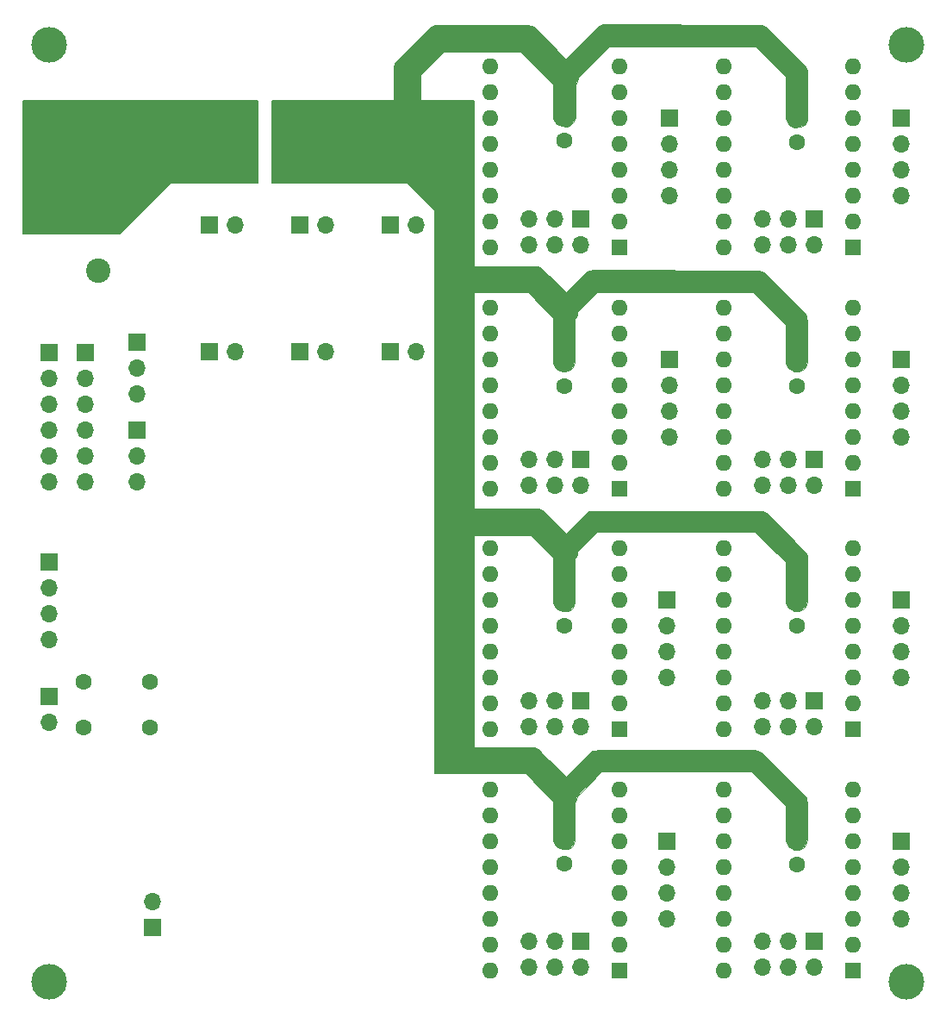
<source format=gbr>
%TF.GenerationSoftware,KiCad,Pcbnew,7.0.5*%
%TF.CreationDate,2023-08-20T17:21:48-04:00*%
%TF.ProjectId,RPi_Pico_W_A4988_control_board,5250695f-5069-4636-9f5f-575f41343938,rev?*%
%TF.SameCoordinates,Original*%
%TF.FileFunction,Soldermask,Bot*%
%TF.FilePolarity,Negative*%
%FSLAX46Y46*%
G04 Gerber Fmt 4.6, Leading zero omitted, Abs format (unit mm)*
G04 Created by KiCad (PCBNEW 7.0.5) date 2023-08-20 17:21:48*
%MOMM*%
%LPD*%
G01*
G04 APERTURE LIST*
G04 Aperture macros list*
%AMRoundRect*
0 Rectangle with rounded corners*
0 $1 Rounding radius*
0 $2 $3 $4 $5 $6 $7 $8 $9 X,Y pos of 4 corners*
0 Add a 4 corners polygon primitive as box body*
4,1,4,$2,$3,$4,$5,$6,$7,$8,$9,$2,$3,0*
0 Add four circle primitives for the rounded corners*
1,1,$1+$1,$2,$3*
1,1,$1+$1,$4,$5*
1,1,$1+$1,$6,$7*
1,1,$1+$1,$8,$9*
0 Add four rect primitives between the rounded corners*
20,1,$1+$1,$2,$3,$4,$5,0*
20,1,$1+$1,$4,$5,$6,$7,0*
20,1,$1+$1,$6,$7,$8,$9,0*
20,1,$1+$1,$8,$9,$2,$3,0*%
G04 Aperture macros list end*
%ADD10C,0.025400*%
%ADD11C,0.150000*%
%ADD12C,1.600000*%
%ADD13R,1.600000X1.600000*%
%ADD14R,1.700000X1.700000*%
%ADD15O,1.700000X1.700000*%
%ADD16C,2.500000*%
%ADD17C,3.500000*%
%ADD18O,1.600000X1.600000*%
%ADD19R,2.400000X2.400000*%
%ADD20C,2.400000*%
%ADD21RoundRect,1.500000X5.000000X-1.500000X5.000000X1.500000X-5.000000X1.500000X-5.000000X-1.500000X0*%
G04 APERTURE END LIST*
D10*
X152600000Y-100150000D02*
X153000000Y-100550000D01*
X155300000Y-102850000D01*
X157550000Y-100650000D01*
X158000000Y-100300000D01*
X158800000Y-100250000D01*
X173850000Y-100250000D01*
X174400000Y-100350000D01*
X174850000Y-100700000D01*
X178650000Y-104500000D01*
X179000000Y-104900000D01*
X179050000Y-105550000D01*
X179050000Y-108950000D01*
X178950000Y-109400000D01*
X178700000Y-109750000D01*
X178300000Y-110050000D01*
X177750000Y-110050000D01*
X177150000Y-109700000D01*
X176950000Y-109150000D01*
X176950000Y-105750000D01*
X173500000Y-102350000D01*
X158800000Y-102350000D01*
X156650000Y-104500000D01*
X156450000Y-104800000D01*
X156350000Y-105050000D01*
X156200000Y-105350000D01*
X156200000Y-109000000D01*
X156100000Y-109450000D01*
X155900000Y-109700000D01*
X155550000Y-109950000D01*
X155100000Y-110000000D01*
X154700000Y-109900000D01*
X154300000Y-109650000D01*
X154100000Y-109200000D01*
X154100000Y-105300000D01*
X151350000Y-102550000D01*
X146150000Y-102550000D01*
X146150000Y-99950000D01*
X152200000Y-99950000D01*
X152600000Y-100150000D01*
G36*
X152600000Y-100150000D02*
G01*
X153000000Y-100550000D01*
X155300000Y-102850000D01*
X157550000Y-100650000D01*
X158000000Y-100300000D01*
X158800000Y-100250000D01*
X173850000Y-100250000D01*
X174400000Y-100350000D01*
X174850000Y-100700000D01*
X178650000Y-104500000D01*
X179000000Y-104900000D01*
X179050000Y-105550000D01*
X179050000Y-108950000D01*
X178950000Y-109400000D01*
X178700000Y-109750000D01*
X178300000Y-110050000D01*
X177750000Y-110050000D01*
X177150000Y-109700000D01*
X176950000Y-109150000D01*
X176950000Y-105750000D01*
X173500000Y-102350000D01*
X158800000Y-102350000D01*
X156650000Y-104500000D01*
X156450000Y-104800000D01*
X156350000Y-105050000D01*
X156200000Y-105350000D01*
X156200000Y-109000000D01*
X156100000Y-109450000D01*
X155900000Y-109700000D01*
X155550000Y-109950000D01*
X155100000Y-110000000D01*
X154700000Y-109900000D01*
X154300000Y-109650000D01*
X154100000Y-109200000D01*
X154100000Y-105300000D01*
X151350000Y-102550000D01*
X146150000Y-102550000D01*
X146150000Y-99950000D01*
X152200000Y-99950000D01*
X152600000Y-100150000D01*
G37*
X153050000Y-76650000D02*
X155350000Y-78950000D01*
X157250000Y-77000000D01*
X157650000Y-76800000D01*
X158050000Y-76750000D01*
X174200000Y-76750000D01*
X174600000Y-76750000D01*
X175100000Y-76950000D01*
X179000000Y-80900000D01*
X179050000Y-81250000D01*
X179050000Y-81700000D01*
X179050000Y-85550000D01*
X178950000Y-86000000D01*
X178700000Y-86350000D01*
X178300000Y-86550000D01*
X177750000Y-86550000D01*
X177150000Y-86250000D01*
X176950000Y-85750000D01*
X176950000Y-81800000D01*
X173900000Y-78800000D01*
X158400000Y-78800000D01*
X156450000Y-80750000D01*
X156400000Y-81000000D01*
X156250000Y-81350000D01*
X156200000Y-81400000D01*
X156200000Y-85600000D01*
X156100000Y-86050000D01*
X155900000Y-86300000D01*
X155550000Y-86550000D01*
X155100000Y-86600000D01*
X154700000Y-86500000D01*
X154300000Y-86250000D01*
X154100000Y-85800000D01*
X154100000Y-81350000D01*
X151900000Y-79150000D01*
X146150000Y-79150000D01*
X146150000Y-76500000D01*
X152200000Y-76500000D01*
X152650000Y-76500000D01*
X153050000Y-76650000D01*
G36*
X153050000Y-76650000D02*
G01*
X155350000Y-78950000D01*
X157250000Y-77000000D01*
X157650000Y-76800000D01*
X158050000Y-76750000D01*
X174200000Y-76750000D01*
X174600000Y-76750000D01*
X175100000Y-76950000D01*
X179000000Y-80900000D01*
X179050000Y-81250000D01*
X179050000Y-81700000D01*
X179050000Y-85550000D01*
X178950000Y-86000000D01*
X178700000Y-86350000D01*
X178300000Y-86550000D01*
X177750000Y-86550000D01*
X177150000Y-86250000D01*
X176950000Y-85750000D01*
X176950000Y-81800000D01*
X173900000Y-78800000D01*
X158400000Y-78800000D01*
X156450000Y-80750000D01*
X156400000Y-81000000D01*
X156250000Y-81350000D01*
X156200000Y-81400000D01*
X156200000Y-85600000D01*
X156100000Y-86050000D01*
X155900000Y-86300000D01*
X155550000Y-86550000D01*
X155100000Y-86600000D01*
X154700000Y-86500000D01*
X154300000Y-86250000D01*
X154100000Y-85800000D01*
X154100000Y-81350000D01*
X151900000Y-79150000D01*
X146150000Y-79150000D01*
X146150000Y-76500000D01*
X152200000Y-76500000D01*
X152650000Y-76500000D01*
X153050000Y-76650000D01*
G37*
X152600000Y-52750000D02*
X152900000Y-52900000D01*
X155300000Y-55300000D01*
X157300000Y-53350000D01*
X157650000Y-53150000D01*
X158050000Y-53100000D01*
X174200000Y-53150000D01*
X174600000Y-53200000D01*
X174950000Y-53500000D01*
X178850000Y-57400000D01*
X179000000Y-57700000D01*
X179050000Y-58150000D01*
X179050000Y-62000000D01*
X178950000Y-62450000D01*
X178700000Y-62800000D01*
X178300000Y-63050000D01*
X177750000Y-63050000D01*
X177150000Y-62700000D01*
X176950000Y-62200000D01*
X176950000Y-58500000D01*
X173700000Y-55250000D01*
X158400000Y-55250000D01*
X156450000Y-57200000D01*
X156400000Y-57450000D01*
X156250000Y-57800000D01*
X156200000Y-57850000D01*
X156200000Y-62050000D01*
X156100000Y-62500000D01*
X155900000Y-62750000D01*
X155550000Y-63000000D01*
X155100000Y-63050000D01*
X154700000Y-62950000D01*
X154300000Y-62700000D01*
X154100000Y-62250000D01*
X154100000Y-57800000D01*
X151600000Y-55300000D01*
X146150000Y-55300000D01*
X146150000Y-52700000D01*
X152200000Y-52700000D01*
X152600000Y-52750000D01*
G36*
X152600000Y-52750000D02*
G01*
X152900000Y-52900000D01*
X155300000Y-55300000D01*
X157300000Y-53350000D01*
X157650000Y-53150000D01*
X158050000Y-53100000D01*
X174200000Y-53150000D01*
X174600000Y-53200000D01*
X174950000Y-53500000D01*
X178850000Y-57400000D01*
X179000000Y-57700000D01*
X179050000Y-58150000D01*
X179050000Y-62000000D01*
X178950000Y-62450000D01*
X178700000Y-62800000D01*
X178300000Y-63050000D01*
X177750000Y-63050000D01*
X177150000Y-62700000D01*
X176950000Y-62200000D01*
X176950000Y-58500000D01*
X173700000Y-55250000D01*
X158400000Y-55250000D01*
X156450000Y-57200000D01*
X156400000Y-57450000D01*
X156250000Y-57800000D01*
X156200000Y-57850000D01*
X156200000Y-62050000D01*
X156100000Y-62500000D01*
X155900000Y-62750000D01*
X155550000Y-63000000D01*
X155100000Y-63050000D01*
X154700000Y-62950000D01*
X154300000Y-62700000D01*
X154100000Y-62250000D01*
X154100000Y-57800000D01*
X151600000Y-55300000D01*
X146150000Y-55300000D01*
X146150000Y-52700000D01*
X152200000Y-52700000D01*
X152600000Y-52750000D01*
G37*
X174450000Y-29000000D02*
X174850000Y-29100000D01*
X175100000Y-29250000D01*
X178900000Y-33100000D01*
X179050000Y-33500000D01*
X179050000Y-38350000D01*
X178800000Y-38800000D01*
X178350000Y-39000000D01*
X177800000Y-39100000D01*
X177300000Y-38850000D01*
X176900000Y-38200000D01*
X176900000Y-34100000D01*
X173950000Y-31150000D01*
X159600000Y-31150000D01*
X156550000Y-34200000D01*
X156400000Y-34550000D01*
X156250000Y-34950000D01*
X156250000Y-37950000D01*
X156200000Y-38300000D01*
X156000000Y-38600000D01*
X155650000Y-38900000D01*
X155300000Y-39000000D01*
X154900000Y-38950000D01*
X154400000Y-38750000D01*
X154100000Y-38250000D01*
X154050000Y-37600000D01*
X154050000Y-34900000D01*
X150850000Y-31650000D01*
X143350000Y-31650000D01*
X141050000Y-33950000D01*
X141050000Y-36500000D01*
X138400000Y-36500000D01*
X138400000Y-33150000D01*
X138600000Y-32650000D01*
X142000000Y-29250000D01*
X142500000Y-29000000D01*
X151600000Y-29000000D01*
X152200000Y-29200000D01*
X155350000Y-32400000D01*
X158500000Y-29200000D01*
X158950000Y-28950000D01*
X174450000Y-29000000D01*
G36*
X174450000Y-29000000D02*
G01*
X174850000Y-29100000D01*
X175100000Y-29250000D01*
X178900000Y-33100000D01*
X179050000Y-33500000D01*
X179050000Y-38350000D01*
X178800000Y-38800000D01*
X178350000Y-39000000D01*
X177800000Y-39100000D01*
X177300000Y-38850000D01*
X176900000Y-38200000D01*
X176900000Y-34100000D01*
X173950000Y-31150000D01*
X159600000Y-31150000D01*
X156550000Y-34200000D01*
X156400000Y-34550000D01*
X156250000Y-34950000D01*
X156250000Y-37950000D01*
X156200000Y-38300000D01*
X156000000Y-38600000D01*
X155650000Y-38900000D01*
X155300000Y-39000000D01*
X154900000Y-38950000D01*
X154400000Y-38750000D01*
X154100000Y-38250000D01*
X154050000Y-37600000D01*
X154050000Y-34900000D01*
X150850000Y-31650000D01*
X143350000Y-31650000D01*
X141050000Y-33950000D01*
X141050000Y-36500000D01*
X138400000Y-36500000D01*
X138400000Y-33150000D01*
X138600000Y-32650000D01*
X142000000Y-29250000D01*
X142500000Y-29000000D01*
X151600000Y-29000000D01*
X152200000Y-29200000D01*
X155350000Y-32400000D01*
X158500000Y-29200000D01*
X158950000Y-28950000D01*
X174450000Y-29000000D01*
G37*
D11*
X146250000Y-102500000D02*
X142500000Y-102500000D01*
X142500000Y-47250000D01*
X139750000Y-44500000D01*
X126500000Y-44500000D01*
X126500000Y-36500000D01*
X146250000Y-36500000D01*
X146250000Y-102500000D01*
G36*
X146250000Y-102500000D02*
G01*
X142500000Y-102500000D01*
X142500000Y-47250000D01*
X139750000Y-44500000D01*
X126500000Y-44500000D01*
X126500000Y-36500000D01*
X146250000Y-36500000D01*
X146250000Y-102500000D01*
G37*
X125000000Y-44500000D02*
X116500000Y-44500000D01*
X111500000Y-49500000D01*
X102000000Y-49500000D01*
X102000000Y-36500000D01*
X125000000Y-36500000D01*
X125000000Y-44500000D01*
G36*
X125000000Y-44500000D02*
G01*
X116500000Y-44500000D01*
X111500000Y-49500000D01*
X102000000Y-49500000D01*
X102000000Y-36500000D01*
X125000000Y-36500000D01*
X125000000Y-44500000D01*
G37*
D12*
%TO.C,SW1*%
X107950000Y-93550000D03*
X107950000Y-98050000D03*
X114450000Y-93550000D03*
X114450000Y-98050000D03*
%TD*%
D13*
%TO.C,C13*%
X178000000Y-38000000D03*
D12*
X178000000Y-40500000D03*
%TD*%
D14*
%TO.C,J2*%
X188250000Y-85510000D03*
D15*
X188250000Y-88050000D03*
X188250000Y-90590000D03*
X188250000Y-93130000D03*
%TD*%
D14*
%TO.C,J13*%
X156805000Y-119025000D03*
D15*
X156805000Y-121565000D03*
X154265000Y-119025000D03*
X154265000Y-121565000D03*
X151725000Y-119025000D03*
X151725000Y-121565000D03*
%TD*%
D16*
%TO.C,U1*%
X119905000Y-40550000D03*
X123565000Y-40550000D03*
X128035000Y-40550000D03*
X131695000Y-40550000D03*
%TD*%
D14*
%TO.C,J4*%
X165250000Y-109195000D03*
D15*
X165250000Y-111735000D03*
X165250000Y-114275000D03*
X165250000Y-116815000D03*
%TD*%
D14*
%TO.C,J27*%
X165510000Y-38200000D03*
D15*
X165510000Y-40740000D03*
X165510000Y-43280000D03*
X165510000Y-45820000D03*
%TD*%
D14*
%TO.C,J8*%
X165510000Y-61865000D03*
D15*
X165510000Y-64405000D03*
X165510000Y-66945000D03*
X165510000Y-69485000D03*
%TD*%
D14*
%TO.C,J12*%
X138100000Y-61100000D03*
D15*
X140640000Y-61100000D03*
%TD*%
D14*
%TO.C,J25*%
X179685000Y-48040000D03*
D15*
X179685000Y-50580000D03*
X177145000Y-48040000D03*
X177145000Y-50580000D03*
X174605000Y-48040000D03*
X174605000Y-50580000D03*
%TD*%
D17*
%TO.C,H3*%
X104500000Y-123000000D03*
%TD*%
%TO.C,H4*%
X188750000Y-123000000D03*
%TD*%
D14*
%TO.C,J21*%
X108100000Y-61170000D03*
D15*
X108100000Y-63710000D03*
X108100000Y-66250000D03*
X108100000Y-68790000D03*
X108100000Y-71330000D03*
X108100000Y-73870000D03*
%TD*%
D14*
%TO.C,J28*%
X113150000Y-60140000D03*
D15*
X113150000Y-62680000D03*
X113150000Y-65220000D03*
%TD*%
D13*
%TO.C,A3*%
X183500000Y-98200000D03*
D18*
X183500000Y-95660000D03*
X183500000Y-93120000D03*
X183500000Y-90580000D03*
X183500000Y-88040000D03*
X183500000Y-85500000D03*
X183500000Y-82960000D03*
X183500000Y-80420000D03*
X170800000Y-80420000D03*
X170800000Y-82960000D03*
X170800000Y-85500000D03*
X170800000Y-88040000D03*
X170800000Y-90580000D03*
X170800000Y-93120000D03*
X170800000Y-95660000D03*
X170800000Y-98200000D03*
%TD*%
D14*
%TO.C,J11*%
X129200000Y-61100000D03*
D15*
X131740000Y-61100000D03*
%TD*%
D14*
%TO.C,J22*%
X114700000Y-117675000D03*
D15*
X114700000Y-115135000D03*
%TD*%
D13*
%TO.C,C15*%
X178000000Y-85500000D03*
D12*
X178000000Y-88000000D03*
%TD*%
D13*
%TO.C,C17*%
X155150000Y-62000000D03*
D12*
X155150000Y-64500000D03*
%TD*%
D17*
%TO.C,H1*%
X104500000Y-31000000D03*
%TD*%
D13*
%TO.C,C19*%
X178000000Y-109000000D03*
D12*
X178000000Y-111500000D03*
%TD*%
D13*
%TO.C,A2*%
X183500000Y-121865000D03*
D18*
X183500000Y-119325000D03*
X183500000Y-116785000D03*
X183500000Y-114245000D03*
X183500000Y-111705000D03*
X183500000Y-109165000D03*
X183500000Y-106625000D03*
X183500000Y-104085000D03*
X170800000Y-104085000D03*
X170800000Y-106625000D03*
X170800000Y-109165000D03*
X170800000Y-111705000D03*
X170800000Y-114245000D03*
X170800000Y-116785000D03*
X170800000Y-119325000D03*
X170800000Y-121865000D03*
%TD*%
D13*
%TO.C,C12*%
X155150000Y-37900000D03*
D12*
X155150000Y-40400000D03*
%TD*%
D13*
%TO.C,C16*%
X155150000Y-85500000D03*
D12*
X155150000Y-88000000D03*
%TD*%
D14*
%TO.C,J17*%
X179685000Y-71705000D03*
D15*
X179685000Y-74245000D03*
X177145000Y-71705000D03*
X177145000Y-74245000D03*
X174605000Y-71705000D03*
X174605000Y-74245000D03*
%TD*%
D17*
%TO.C,H2*%
X188750000Y-31000000D03*
%TD*%
D14*
%TO.C,J19*%
X104550000Y-81740000D03*
D15*
X104550000Y-84280000D03*
X104550000Y-86820000D03*
X104550000Y-89360000D03*
%TD*%
D14*
%TO.C,J5*%
X188250000Y-61845000D03*
D15*
X188250000Y-64385000D03*
X188250000Y-66925000D03*
X188250000Y-69465000D03*
%TD*%
D13*
%TO.C,A7*%
X160620000Y-50890000D03*
D18*
X160620000Y-48350000D03*
X160620000Y-45810000D03*
X160620000Y-43270000D03*
X160620000Y-40730000D03*
X160620000Y-38190000D03*
X160620000Y-35650000D03*
X160620000Y-33110000D03*
X147920000Y-33110000D03*
X147920000Y-35650000D03*
X147920000Y-38190000D03*
X147920000Y-40730000D03*
X147920000Y-43270000D03*
X147920000Y-45810000D03*
X147920000Y-48350000D03*
X147920000Y-50890000D03*
%TD*%
D14*
%TO.C,J26*%
X188250000Y-38180000D03*
D15*
X188250000Y-40720000D03*
X188250000Y-43260000D03*
X188250000Y-45800000D03*
%TD*%
D19*
%TO.C,C11*%
X109400000Y-48176041D03*
D20*
X109400000Y-53176041D03*
%TD*%
D13*
%TO.C,A5*%
X183500000Y-74535000D03*
D18*
X183500000Y-71995000D03*
X183500000Y-69455000D03*
X183500000Y-66915000D03*
X183500000Y-64375000D03*
X183500000Y-61835000D03*
X183500000Y-59295000D03*
X183500000Y-56755000D03*
X170800000Y-56755000D03*
X170800000Y-59295000D03*
X170800000Y-61835000D03*
X170800000Y-64375000D03*
X170800000Y-66915000D03*
X170800000Y-69455000D03*
X170800000Y-71995000D03*
X170800000Y-74535000D03*
%TD*%
D13*
%TO.C,A6*%
X160620000Y-74555000D03*
D18*
X160620000Y-72015000D03*
X160620000Y-69475000D03*
X160620000Y-66935000D03*
X160620000Y-64395000D03*
X160620000Y-61855000D03*
X160620000Y-59315000D03*
X160620000Y-56775000D03*
X147920000Y-56775000D03*
X147920000Y-59315000D03*
X147920000Y-61855000D03*
X147920000Y-64395000D03*
X147920000Y-66935000D03*
X147920000Y-69475000D03*
X147920000Y-72015000D03*
X147920000Y-74555000D03*
%TD*%
D13*
%TO.C,A1*%
X160620000Y-121885000D03*
D18*
X160620000Y-119345000D03*
X160620000Y-116805000D03*
X160620000Y-114265000D03*
X160620000Y-111725000D03*
X160620000Y-109185000D03*
X160620000Y-106645000D03*
X160620000Y-104105000D03*
X147920000Y-104105000D03*
X147920000Y-106645000D03*
X147920000Y-109185000D03*
X147920000Y-111725000D03*
X147920000Y-114265000D03*
X147920000Y-116805000D03*
X147920000Y-119345000D03*
X147920000Y-121885000D03*
%TD*%
D13*
%TO.C,C18*%
X155150000Y-108900000D03*
D12*
X155150000Y-111400000D03*
%TD*%
D14*
%TO.C,J18*%
X156805000Y-71725000D03*
D15*
X156805000Y-74265000D03*
X154265000Y-71725000D03*
X154265000Y-74265000D03*
X151725000Y-71725000D03*
X151725000Y-74265000D03*
%TD*%
D14*
%TO.C,J15*%
X179685000Y-95370000D03*
D15*
X179685000Y-97910000D03*
X177145000Y-95370000D03*
X177145000Y-97910000D03*
X174605000Y-95370000D03*
X174605000Y-97910000D03*
%TD*%
D14*
%TO.C,J3*%
X165250000Y-85530000D03*
D15*
X165250000Y-88070000D03*
X165250000Y-90610000D03*
X165250000Y-93150000D03*
%TD*%
D14*
%TO.C,J9*%
X138100000Y-48687500D03*
D15*
X140640000Y-48687500D03*
%TD*%
D13*
%TO.C,A8*%
X183500000Y-50870000D03*
D18*
X183500000Y-48330000D03*
X183500000Y-45790000D03*
X183500000Y-43250000D03*
X183500000Y-40710000D03*
X183500000Y-38170000D03*
X183500000Y-35630000D03*
X183500000Y-33090000D03*
X170800000Y-33090000D03*
X170800000Y-35630000D03*
X170800000Y-38170000D03*
X170800000Y-40710000D03*
X170800000Y-43250000D03*
X170800000Y-45790000D03*
X170800000Y-48330000D03*
X170800000Y-50870000D03*
%TD*%
D14*
%TO.C,J14*%
X179685000Y-119035000D03*
D15*
X179685000Y-121575000D03*
X177145000Y-119035000D03*
X177145000Y-121575000D03*
X174605000Y-119035000D03*
X174605000Y-121575000D03*
%TD*%
D14*
%TO.C,J16*%
X156805000Y-95390000D03*
D15*
X156805000Y-97930000D03*
X154265000Y-95390000D03*
X154265000Y-97930000D03*
X151725000Y-95390000D03*
X151725000Y-97930000D03*
%TD*%
D13*
%TO.C,A4*%
X160620000Y-98220000D03*
D18*
X160620000Y-95680000D03*
X160620000Y-93140000D03*
X160620000Y-90600000D03*
X160620000Y-88060000D03*
X160620000Y-85520000D03*
X160620000Y-82980000D03*
X160620000Y-80440000D03*
X147920000Y-80440000D03*
X147920000Y-82980000D03*
X147920000Y-85520000D03*
X147920000Y-88060000D03*
X147920000Y-90600000D03*
X147920000Y-93140000D03*
X147920000Y-95680000D03*
X147920000Y-98220000D03*
%TD*%
D14*
%TO.C,J24*%
X156805000Y-48060000D03*
D15*
X156805000Y-50600000D03*
X154265000Y-48060000D03*
X154265000Y-50600000D03*
X151725000Y-48060000D03*
X151725000Y-50600000D03*
%TD*%
D14*
%TO.C,J10*%
X120300000Y-61100000D03*
D15*
X122840000Y-61100000D03*
%TD*%
D14*
%TO.C,J29*%
X113150000Y-68820000D03*
D15*
X113150000Y-71360000D03*
X113150000Y-73900000D03*
%TD*%
D13*
%TO.C,C14*%
X178000000Y-62000000D03*
D12*
X178000000Y-64500000D03*
%TD*%
D14*
%TO.C,J6*%
X120300000Y-48687500D03*
D15*
X122840000Y-48687500D03*
%TD*%
D14*
%TO.C,J23*%
X104550000Y-94960000D03*
D15*
X104550000Y-97500000D03*
%TD*%
D14*
%TO.C,J20*%
X104500000Y-61170000D03*
D15*
X104500000Y-63710000D03*
X104500000Y-66250000D03*
X104500000Y-68790000D03*
X104500000Y-71330000D03*
X104500000Y-73870000D03*
%TD*%
D14*
%TO.C,J7*%
X129200000Y-48687500D03*
D15*
X131740000Y-48687500D03*
%TD*%
D14*
%TO.C,J1*%
X188250000Y-109175000D03*
D15*
X188250000Y-111715000D03*
X188250000Y-114255000D03*
X188250000Y-116795000D03*
%TD*%
D21*
%TO.C,J30*%
X109500000Y-41000000D03*
%TD*%
M02*

</source>
